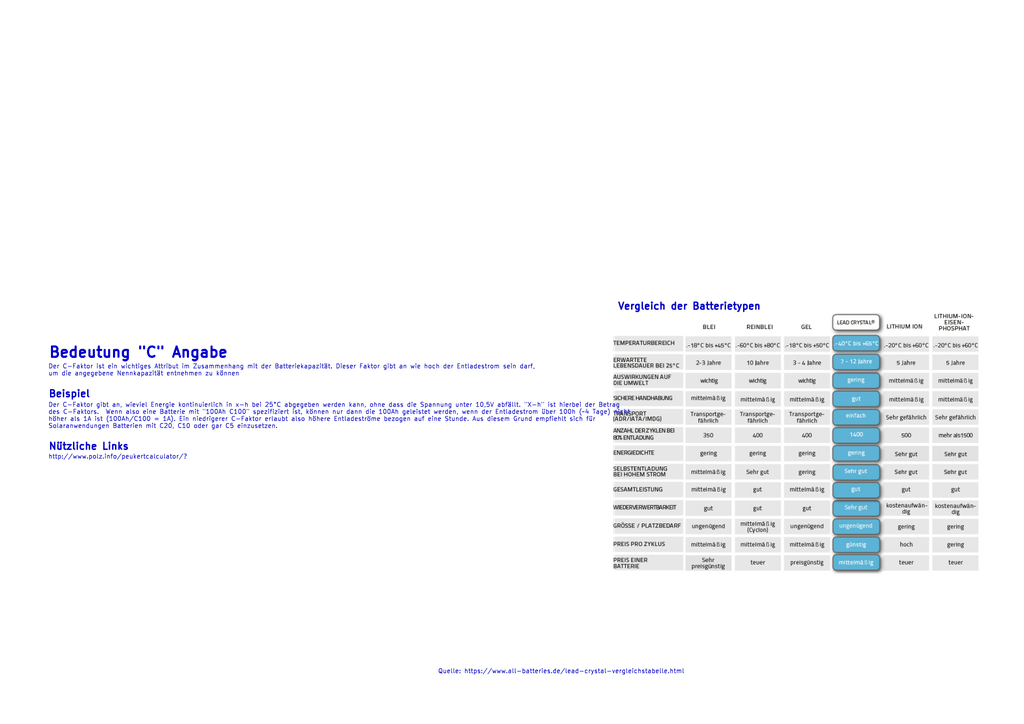
<source format=kicad_sch>
(kicad_sch (version 20230121) (generator eeschema)
  (paper "A4")
  (title_block (date "2023-06-27") (rev "1.1"))
  (lib_symbols)
  (image (at 231.14 128.27) (scale 1.613))
  (text "Der C-Faktor ist ein wichtiges Attribut im Zusammenhang mit der Batteriekapazität. Dieser Faktor gibt an wie hoch der Entladestrom sein darf, \num die angegebene Nennkapazität entnehmen zu können\n" (at 13.97 109.22 0) (effects (font (size 1.27 1.27)) (justify left bottom)))
  (text "Der C-Faktor gibt an, wieviel Energie kontinuierlich in x-h bei 25°C abgegeben werden kann, ohne dass die Spannung unter 10,5V abfällt. \"X-h\" ist hierbei der Betrag \ndes C-Faktors.  Wenn also eine Batterie mit \"100Ah C100\" spezifiziert ist, können nur dann die 100Ah geleistet werden, wenn der Entladestrom über 100h (~4 Tage) nicht \nhöher als 1A ist (100Ah/C100 = 1A). Ein niedrigerer C-Faktor erlaubt also höhere Entladeströme bezogen auf eine Stunde. Aus diesem Grund empfiehlt sich für \nSolaranwendungen Batterien mit C20, C10 oder gar C5 einzusetzen." (at 13.97 124.46 0) (effects (font (size 1.27 1.27)) (justify left bottom)))
  (text "Nützliche Links" (at 13.97 130.81 0) (effects (font (size 2 2) bold) (justify left bottom)))
  (text "Beispiel" (at 13.97 115.57 0) (effects (font (size 2 2) bold) (justify left bottom)))
  (text "Quelle: https://www.all-batteries.de/lead-crystal-vergleichstabelle.html" (at 127 195.58 0) (effects (font (size 1.27 1.27)) (justify left bottom)))
  (text "Bedeutung \"C\" Angabe" (at 13.97 104.14 0) (effects (font (size 3 3) (thickness 0.6) bold) (justify left bottom)))
  (text "Vergleich der Batterietypen" (at 179.07 90.17 0) (effects (font (size 2 2) bold) (justify left bottom)))
  (text "http://www.polz.info/peukertcalculator/?" (at 13.97 133.35 0) (effects (font (size 1.27 1.27)) (justify left bottom)))
)
</source>
